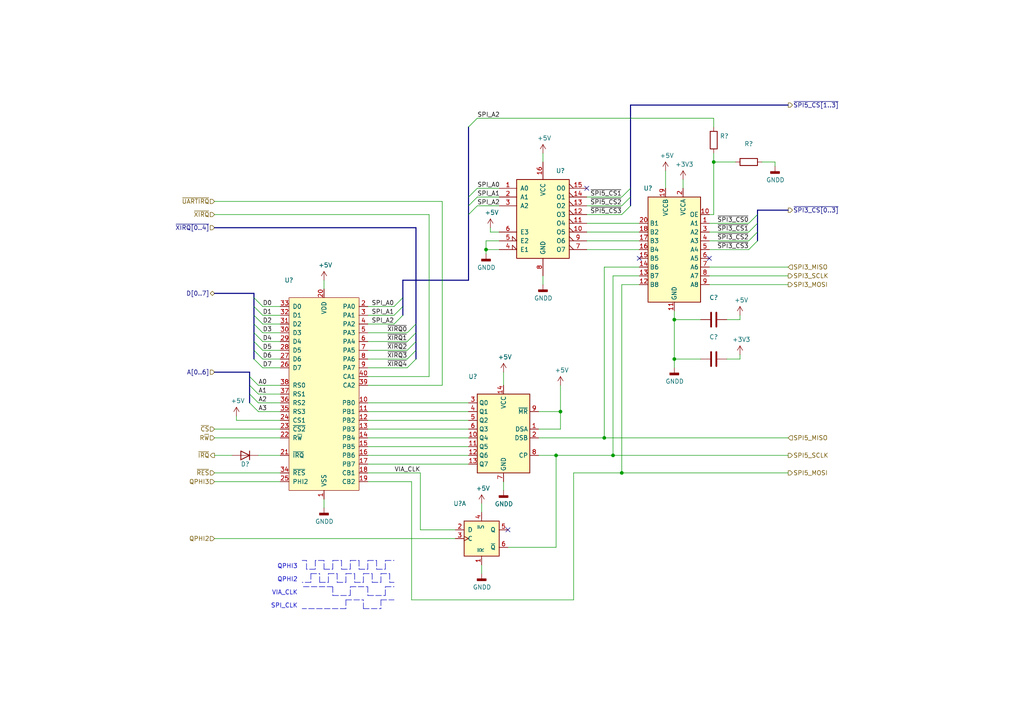
<source format=kicad_sch>
(kicad_sch (version 20211123) (generator eeschema)
  (paper "A4")
  (lib_symbols
    (symbol "74xx:74HC164"
      (property "Reference" "U" (at 1.905 -13.97 0))
      (property "Value" "74HC164" (at 1.905 -16.51 0))
      (symbol "74HC164_0_1"
        (rectangle (start 7.62 10.16) (end -7.62 -12.7) (stroke (width 0.254)) (fill (type background)))
      )
      (symbol "74HC164_1_1"
        (pin input line (at -10.16 0 0) (length 2.54) (name "DSA") (number "1"))
        (pin output line (at 10.16 -2.54 180) (length 2.54) (name "Q4") (number "10"))
        (pin output line (at 10.16 -5.08 180) (length 2.54) (name "Q5") (number "11"))
        (pin output line (at 10.16 -7.62 180) (length 2.54) (name "Q6") (number "12"))
        (pin output line (at 10.16 -10.16 180) (length 2.54) (name "Q7") (number "13"))
        (pin power_in line (at 0 12.7 270) (length 2.54) (name "VCC") (number "14"))
        (pin input line (at -10.16 -2.54 0) (length 2.54) (name "DSB") (number "2"))
        (pin output line (at 10.16 7.62 180) (length 2.54) (name "Q0") (number "3"))
        (pin output line (at 10.16 5.08 180) (length 2.54) (name "Q1") (number "4"))
        (pin output line (at 10.16 2.54 180) (length 2.54) (name "Q2") (number "5"))
        (pin output line (at 10.16 0 180) (length 2.54) (name "Q3") (number "6"))
        (pin power_in line (at 0 -15.24 90) (length 2.54) (name "GND") (number "7"))
        (pin input line (at -10.16 -7.62 0) (length 2.54) (name "CP") (number "8"))
        (pin input line (at -10.16 5.08 0) (length 2.54) (name "~{MR}") (number "9"))
      )
    )
    (symbol "74xx:74HC74" (pin_names (offset 1.016))
      (property "Reference" "U" (at -7.62 8.89 0))
      (property "Value" "74HC74" (at -7.62 -8.89 0))
      (symbol "74HC74_1_0"
        (pin input line (at 0 -7.62 90) (length 2.54) (name "~{R}") (number "1"))
        (pin input line (at -7.62 2.54 0) (length 2.54) (name "D") (number "2"))
        (pin input clock (at -7.62 0 0) (length 2.54) (name "C") (number "3"))
        (pin input line (at 0 7.62 270) (length 2.54) (name "~{S}") (number "4"))
        (pin output line (at 7.62 2.54 180) (length 2.54) (name "Q") (number "5"))
        (pin output line (at 7.62 -2.54 180) (length 2.54) (name "~{Q}") (number "6"))
      )
      (symbol "74HC74_1_1"
        (rectangle (start -5.08 5.08) (end 5.08 -5.08) (stroke (width 0.254)) (fill (type background)))
      )
      (symbol "74HC74_2_0"
        (pin input line (at 0 7.62 270) (length 2.54) (name "~{S}") (number "10"))
        (pin input clock (at -7.62 0 0) (length 2.54) (name "C") (number "11"))
        (pin input line (at -7.62 2.54 0) (length 2.54) (name "D") (number "12"))
        (pin input line (at 0 -7.62 90) (length 2.54) (name "~{R}") (number "13"))
        (pin output line (at 7.62 -2.54 180) (length 2.54) (name "~{Q}") (number "8"))
        (pin output line (at 7.62 2.54 180) (length 2.54) (name "Q") (number "9"))
      )
      (symbol "74HC74_2_1"
        (rectangle (start -5.08 5.08) (end 5.08 -5.08) (stroke (width 0.254)) (fill (type background)))
      )
      (symbol "74HC74_3_0"
        (pin power_in line (at 0 10.16 270) (length 2.54) (name "VCC") (number "14"))
        (pin power_in line (at 0 -10.16 90) (length 2.54) (name "GND") (number "7"))
      )
      (symbol "74HC74_3_1"
        (rectangle (start -5.08 7.62) (end 5.08 -7.62) (stroke (width 0.254)) (fill (type background)))
      )
    )
    (symbol "74xx:74LS138" (pin_names (offset 1.016))
      (property "Reference" "U" (at -7.62 11.43 0))
      (property "Value" "74LS138" (at -7.62 -13.97 0))
      (symbol "74LS138_1_0"
        (pin input line (at -12.7 7.62 0) (length 5.08) (name "A0") (number "1"))
        (pin output output_low (at 12.7 -5.08 180) (length 5.08) (name "O5") (number "10"))
        (pin output output_low (at 12.7 -2.54 180) (length 5.08) (name "O4") (number "11"))
        (pin output output_low (at 12.7 0 180) (length 5.08) (name "O3") (number "12"))
        (pin output output_low (at 12.7 2.54 180) (length 5.08) (name "O2") (number "13"))
        (pin output output_low (at 12.7 5.08 180) (length 5.08) (name "O1") (number "14"))
        (pin output output_low (at 12.7 7.62 180) (length 5.08) (name "O0") (number "15"))
        (pin power_in line (at 0 15.24 270) (length 5.08) (name "VCC") (number "16"))
        (pin input line (at -12.7 5.08 0) (length 5.08) (name "A1") (number "2"))
        (pin input line (at -12.7 2.54 0) (length 5.08) (name "A2") (number "3"))
        (pin input input_low (at -12.7 -10.16 0) (length 5.08) (name "E1") (number "4"))
        (pin input input_low (at -12.7 -7.62 0) (length 5.08) (name "E2") (number "5"))
        (pin input line (at -12.7 -5.08 0) (length 5.08) (name "E3") (number "6"))
        (pin output output_low (at 12.7 -10.16 180) (length 5.08) (name "O7") (number "7"))
        (pin power_in line (at 0 -17.78 90) (length 5.08) (name "GND") (number "8"))
        (pin output output_low (at 12.7 -7.62 180) (length 5.08) (name "O6") (number "9"))
      )
      (symbol "74LS138_1_1"
        (rectangle (start -7.62 10.16) (end 7.62 -12.7) (stroke (width 0.254)) (fill (type background)))
      )
    )
    (symbol "CPU_WDC65C816:W65C22S_PDIP" (pin_names (offset 1.016))
      (property "Reference" "U" (at 7.62 30.48 0))
      (property "Value" "W65C22S_PDIP" (at 0 0 90))
      (symbol "W65C22S_PDIP_0_1"
        (rectangle (start 10.16 27.94) (end -10.16 -27.94) (fill (type background)))
      )
      (symbol "W65C22S_PDIP_1_1"
        (pin power_in line (at 0 -30.48 90) (length 2.54) (name "VSS") (number "1"))
        (pin bidirectional line (at 12.7 -2.54 180) (length 2.54) (name "PB0") (number "10"))
        (pin bidirectional line (at 12.7 -5.08 180) (length 2.54) (name "PB1") (number "11"))
        (pin bidirectional line (at 12.7 -7.62 180) (length 2.54) (name "PB2") (number "12"))
        (pin bidirectional line (at 12.7 -10.16 180) (length 2.54) (name "PB3") (number "13"))
        (pin bidirectional line (at 12.7 -12.7 180) (length 2.54) (name "PB4") (number "14"))
        (pin bidirectional line (at 12.7 -15.24 180) (length 2.54) (name "PB5") (number "15"))
        (pin bidirectional line (at 12.7 -17.78 180) (length 2.54) (name "PB6") (number "16"))
        (pin bidirectional line (at 12.7 -20.32 180) (length 2.54) (name "PB7") (number "17"))
        (pin bidirectional line (at 12.7 -22.86 180) (length 2.54) (name "CB1") (number "18"))
        (pin bidirectional line (at 12.7 -25.4 180) (length 2.54) (name "CB2") (number "19"))
        (pin bidirectional line (at 12.7 25.4 180) (length 2.54) (name "PA0") (number "2"))
        (pin power_in line (at 0 30.48 270) (length 2.54) (name "VDD") (number "20"))
        (pin output line (at -12.7 -17.78 0) (length 2.54) (name "~{IRQ}") (number "21"))
        (pin input line (at -12.7 -12.7 0) (length 2.54) (name "R~{W}") (number "22"))
        (pin input line (at -12.7 -10.16 0) (length 2.54) (name "~{CS2}") (number "23"))
        (pin input line (at -12.7 -7.62 0) (length 2.54) (name "CS1") (number "24"))
        (pin input line (at -12.7 -25.4 0) (length 2.54) (name "PHI2") (number "25"))
        (pin bidirectional line (at -12.7 7.62 0) (length 2.54) (name "D7") (number "26"))
        (pin bidirectional line (at -12.7 10.16 0) (length 2.54) (name "D6") (number "27"))
        (pin bidirectional line (at -12.7 12.7 0) (length 2.54) (name "D5") (number "28"))
        (pin bidirectional line (at -12.7 15.24 0) (length 2.54) (name "D4") (number "29"))
        (pin bidirectional line (at 12.7 22.86 180) (length 2.54) (name "PA1") (number "3"))
        (pin bidirectional line (at -12.7 17.78 0) (length 2.54) (name "D3") (number "30"))
        (pin bidirectional line (at -12.7 20.32 0) (length 2.54) (name "D2") (number "31"))
        (pin bidirectional line (at -12.7 22.86 0) (length 2.54) (name "D1") (number "32"))
        (pin bidirectional line (at -12.7 25.4 0) (length 2.54) (name "D0") (number "33"))
        (pin input line (at -12.7 -22.86 0) (length 2.54) (name "~{RES}") (number "34"))
        (pin input line (at -12.7 -5.08 0) (length 2.54) (name "RS3") (number "35"))
        (pin input line (at -12.7 -2.54 0) (length 2.54) (name "RS2") (number "36"))
        (pin input line (at -12.7 0 0) (length 2.54) (name "RS1") (number "37"))
        (pin input line (at -12.7 2.54 0) (length 2.54) (name "RS0") (number "38"))
        (pin bidirectional line (at 12.7 2.54 180) (length 2.54) (name "CA2") (number "39"))
        (pin bidirectional line (at 12.7 20.32 180) (length 2.54) (name "PA2") (number "4"))
        (pin bidirectional line (at 12.7 5.08 180) (length 2.54) (name "CA1") (number "40"))
        (pin bidirectional line (at 12.7 17.78 180) (length 2.54) (name "PA3") (number "5"))
        (pin bidirectional line (at 12.7 15.24 180) (length 2.54) (name "PA4") (number "6"))
        (pin bidirectional line (at 12.7 12.7 180) (length 2.54) (name "PA5") (number "7"))
        (pin bidirectional line (at 12.7 10.16 180) (length 2.54) (name "PA6") (number "8"))
        (pin bidirectional line (at 12.7 7.62 180) (length 2.54) (name "PA7") (number "9"))
      )
    )
    (symbol "Device:C" (pin_numbers hide) (pin_names (offset 0.254))
      (property "Reference" "C" (at 0.635 2.54 0))
      (property "Value" "C" (at 0.635 -2.54 0))
      (symbol "C_0_1"
        (polyline (pts (xy -2.032 -0.762) (xy 2.032 -0.762)) (stroke (width 0.508)))
        (polyline (pts (xy -2.032 0.762) (xy 2.032 0.762)) (stroke (width 0.508)))
      )
      (symbol "C_1_1"
        (pin passive line (at 0 3.81 270) (length 2.794) (name "~") (number "1"))
        (pin passive line (at 0 -3.81 90) (length 2.794) (name "~") (number "2"))
      )
    )
    (symbol "Device:D" (pin_numbers hide) (pin_names (offset 1.016) hide)
      (property "Reference" "D" (at 0 2.54 0))
      (property "Value" "D" (at 0 -2.54 0))
      (symbol "D_0_1"
        (polyline (pts (xy -1.27 1.27) (xy -1.27 -1.27)) (stroke (width 0.254)))
        (polyline (pts (xy 1.27 0) (xy -1.27 0)))
        (polyline (pts (xy 1.27 1.27) (xy 1.27 -1.27) (xy -1.27 0) (xy 1.27 1.27)) (stroke (width 0.254)))
      )
      (symbol "D_1_1"
        (pin passive line (at -3.81 0 0) (length 2.54) (name "K") (number "1"))
        (pin passive line (at 3.81 0 180) (length 2.54) (name "A") (number "2"))
      )
    )
    (symbol "Device:R" (pin_numbers hide) (pin_names (offset 0))
      (property "Reference" "R" (at 2.032 0 90))
      (property "Value" "R" (at 0 0 90))
      (symbol "R_0_1"
        (rectangle (start -1.016 -2.54) (end 1.016 2.54) (stroke (width 0.254)))
      )
      (symbol "R_1_1"
        (pin passive line (at 0 3.81 270) (length 1.27) (name "~") (number "1"))
        (pin passive line (at 0 -3.81 90) (length 1.27) (name "~") (number "2"))
      )
    )
    (symbol "Logic_LevelTranslator:TXS0108EPW"
      (property "Reference" "U" (at -6.35 16.51 0))
      (property "Value" "TXS0108EPW" (at 3.81 16.51 0))
      (symbol "TXS0108EPW_0_1"
        (rectangle (start -7.62 15.24) (end 7.62 -15.24) (stroke (width 0.254)) (fill (type background)))
      )
      (symbol "TXS0108EPW_1_1"
        (pin bidirectional line (at -10.16 7.62 0) (length 2.54) (name "A1") (number "1"))
        (pin input line (at -10.16 10.16 0) (length 2.54) (name "OE") (number "10"))
        (pin power_in line (at 0 -17.78 90) (length 2.54) (name "GND") (number "11"))
        (pin bidirectional line (at 10.16 -10.16 180) (length 2.54) (name "B8") (number "12"))
        (pin bidirectional line (at 10.16 -7.62 180) (length 2.54) (name "B7") (number "13"))
        (pin bidirectional line (at 10.16 -5.08 180) (length 2.54) (name "B6") (number "14"))
        (pin bidirectional line (at 10.16 -2.54 180) (length 2.54) (name "B5") (number "15"))
        (pin bidirectional line (at 10.16 0 180) (length 2.54) (name "B4") (number "16"))
        (pin bidirectional line (at 10.16 2.54 180) (length 2.54) (name "B3") (number "17"))
        (pin bidirectional line (at 10.16 5.08 180) (length 2.54) (name "B2") (number "18"))
        (pin power_in line (at 2.54 17.78 270) (length 2.54) (name "VCCB") (number "19"))
        (pin power_in line (at -2.54 17.78 270) (length 2.54) (name "VCCA") (number "2"))
        (pin bidirectional line (at 10.16 7.62 180) (length 2.54) (name "B1") (number "20"))
        (pin bidirectional line (at -10.16 5.08 0) (length 2.54) (name "A2") (number "3"))
        (pin bidirectional line (at -10.16 2.54 0) (length 2.54) (name "A3") (number "4"))
        (pin bidirectional line (at -10.16 0 0) (length 2.54) (name "A4") (number "5"))
        (pin bidirectional line (at -10.16 -2.54 0) (length 2.54) (name "A5") (number "6"))
        (pin bidirectional line (at -10.16 -5.08 0) (length 2.54) (name "A6") (number "7"))
        (pin bidirectional line (at -10.16 -7.62 0) (length 2.54) (name "A7") (number "8"))
        (pin bidirectional line (at -10.16 -10.16 0) (length 2.54) (name "A8") (number "9"))
      )
    )
    (symbol "power:+3V3" (power) (pin_names (offset 0))
      (property "Value" "+3V3" (at 0 3.556 0))
      (symbol "+3V3_0_1"
        (polyline (pts (xy -0.762 1.27) (xy 0 2.54)))
        (polyline (pts (xy 0 0) (xy 0 2.54)))
        (polyline (pts (xy 0 2.54) (xy 0.762 1.27)))
      )
      (symbol "+3V3_1_1"
        (pin power_in line (at 0 0 90) (length 0) hide (name "+3V3") (number "1"))
      )
    )
    (symbol "power:+5V" (power) (pin_names (offset 0))
      (property "Value" "+5V" (at 0 3.556 0))
      (symbol "+5V_0_1"
        (polyline (pts (xy -0.762 1.27) (xy 0 2.54)))
        (polyline (pts (xy 0 0) (xy 0 2.54)))
        (polyline (pts (xy 0 2.54) (xy 0.762 1.27)))
      )
      (symbol "+5V_1_1"
        (pin power_in line (at 0 0 90) (length 0) hide (name "+5V") (number "1"))
      )
    )
    (symbol "power:GNDD" (power) (pin_names (offset 0))
      (property "Value" "GNDD" (at 0 -3.175 0))
      (symbol "GNDD_0_1"
        (rectangle (start -1.27 -1.524) (end 1.27 -2.032) (stroke (width 0.254)) (fill (type outline)))
        (polyline (pts (xy 0 0) (xy 0 -1.524)))
      )
      (symbol "GNDD_1_1"
        (pin power_in line (at 0 0 270) (length 0) hide (name "GNDD") (number "1"))
      )
    )
  )
  (junction (at 162.56 119.38))
  (junction (at 195.58 104.14))
  (junction (at 175.26 127))
  (junction (at 180.34 137.16))
  (junction (at 207.01 46.99))
  (junction (at 177.8 132.08))
  (junction (at 161.29 132.08))
  (junction (at 140.97 72.39))
  (junction (at 195.58 92.71))
  (no_connect (at 147.32 153.67))
  (no_connect (at 170.18 54.61))
  (no_connect (at 185.42 74.93))
  (no_connect (at 205.74 74.93))
  (bus_entry (at 114.3 93.98) (size 2.54 -2.54))
  (bus_entry (at 73.66 96.52) (size 2.54 2.54))
  (bus_entry (at 73.66 99.06) (size 2.54 2.54))
  (bus_entry (at 118.11 99.06) (size 2.54 -2.54))
  (bus_entry (at 180.34 57.15) (size 2.54 -2.54))
  (bus_entry (at 217.17 69.85) (size 2.54 -2.54))
  (bus_entry (at 72.39 116.84) (size 2.54 2.54))
  (bus_entry (at 73.66 104.14) (size 2.54 2.54))
  (bus_entry (at 114.3 88.9) (size 2.54 -2.54))
  (bus_entry (at 72.39 114.3) (size 2.54 2.54))
  (bus_entry (at 180.34 62.23) (size 2.54 -2.54))
  (bus_entry (at 73.66 91.44) (size 2.54 2.54))
  (bus_entry (at 73.66 88.9) (size 2.54 2.54))
  (bus_entry (at 72.39 111.76) (size 2.54 2.54))
  (bus_entry (at 118.11 96.52) (size 2.54 -2.54))
  (bus_entry (at 114.3 91.44) (size 2.54 -2.54))
  (bus_entry (at 135.89 62.23) (size 2.54 -2.54))
  (bus_entry (at 73.66 101.6) (size 2.54 2.54))
  (bus_entry (at 135.89 36.83) (size 2.54 -2.54))
  (bus_entry (at 73.66 86.36) (size 2.54 2.54))
  (bus_entry (at 118.11 106.68) (size 2.54 -2.54))
  (bus_entry (at 217.17 64.77) (size 2.54 -2.54))
  (bus_entry (at 217.17 67.31) (size 2.54 -2.54))
  (bus_entry (at 217.17 72.39) (size 2.54 -2.54))
  (bus_entry (at 118.11 101.6) (size 2.54 -2.54))
  (bus_entry (at 118.11 104.14) (size 2.54 -2.54))
  (bus_entry (at 72.39 109.22) (size 2.54 2.54))
  (bus_entry (at 135.89 59.69) (size 2.54 -2.54))
  (bus_entry (at 135.89 57.15) (size 2.54 -2.54))
  (bus_entry (at 73.66 93.98) (size 2.54 2.54))
  (bus_entry (at 180.34 59.69) (size 2.54 -2.54))
  (wire (pts (xy 156.21 127) (xy 175.26 127)))
  (polyline (pts (xy 101.6 162.56) (xy 104.14 162.56)))
  (wire (pts (xy 81.28 96.52) (xy 76.2 96.52)))
  (wire (pts (xy 106.68 88.9) (xy 114.3 88.9)))
  (wire (pts (xy 81.28 119.38) (xy 74.93 119.38)))
  (wire (pts (xy 195.58 92.71) (xy 195.58 104.14)))
  (bus (pts (xy 135.89 57.15) (xy 135.89 59.69)))
  (bus (pts (xy 116.84 81.28) (xy 116.84 86.36)))
  (wire (pts (xy 118.11 101.6) (xy 106.68 101.6)))
  (bus (pts (xy 120.65 66.04) (xy 120.65 93.98)))
  (wire (pts (xy 214.63 102.87) (xy 214.63 104.14)))
  (wire (pts (xy 177.8 80.01) (xy 177.8 132.08)))
  (wire (pts (xy 62.23 132.08) (xy 67.31 132.08)))
  (wire (pts (xy 207.01 46.99) (xy 207.01 62.23)))
  (wire (pts (xy 175.26 127) (xy 228.6 127)))
  (wire (pts (xy 76.2 93.98) (xy 81.28 93.98)))
  (polyline (pts (xy 95.25 166.37) (xy 97.79 166.37)))
  (polyline (pts (xy 96.52 162.56) (xy 99.06 162.56)))
  (wire (pts (xy 140.97 69.85) (xy 140.97 72.39)))
  (wire (pts (xy 106.68 121.92) (xy 135.89 121.92)))
  (wire (pts (xy 224.79 48.26) (xy 224.79 46.99)))
  (wire (pts (xy 170.18 62.23) (xy 180.34 62.23)))
  (wire (pts (xy 142.24 67.31) (xy 142.24 66.04)))
  (wire (pts (xy 170.18 72.39) (xy 185.42 72.39)))
  (wire (pts (xy 81.28 101.6) (xy 76.2 101.6)))
  (wire (pts (xy 106.68 137.16) (xy 121.92 137.16)))
  (bus (pts (xy 135.89 62.23) (xy 135.89 81.28)))
  (wire (pts (xy 156.21 132.08) (xy 161.29 132.08)))
  (wire (pts (xy 162.56 124.46) (xy 162.56 119.38)))
  (polyline (pts (xy 90.17 166.37) (xy 92.71 166.37)))
  (polyline (pts (xy 105.41 168.91) (xy 105.41 166.37)))
  (wire (pts (xy 170.18 57.15) (xy 180.34 57.15)))
  (wire (pts (xy 119.38 173.99) (xy 166.37 173.99)))
  (polyline (pts (xy 107.95 168.91) (xy 110.49 168.91)))
  (bus (pts (xy 73.66 99.06) (xy 73.66 101.6)))
  (wire (pts (xy 214.63 104.14) (xy 210.82 104.14)))
  (wire (pts (xy 146.05 142.24) (xy 146.05 139.7)))
  (wire (pts (xy 62.23 137.16) (xy 81.28 137.16)))
  (bus (pts (xy 62.23 85.09) (xy 73.66 85.09)))
  (wire (pts (xy 175.26 77.47) (xy 175.26 127)))
  (bus (pts (xy 116.84 86.36) (xy 116.84 88.9)))
  (wire (pts (xy 205.74 72.39) (xy 217.17 72.39)))
  (wire (pts (xy 106.68 129.54) (xy 135.89 129.54)))
  (polyline (pts (xy 109.22 162.56) (xy 109.22 165.1)))
  (polyline (pts (xy 96.52 170.18) (xy 87.63 170.18)))
  (polyline (pts (xy 100.33 176.53) (xy 87.63 176.53)))
  (polyline (pts (xy 100.33 173.99) (xy 105.41 173.99)))
  (wire (pts (xy 213.36 46.99) (xy 207.01 46.99)))
  (wire (pts (xy 177.8 132.08) (xy 228.6 132.08)))
  (bus (pts (xy 73.66 88.9) (xy 73.66 91.44)))
  (wire (pts (xy 140.97 72.39) (xy 144.78 72.39)))
  (wire (pts (xy 139.7 146.05) (xy 139.7 148.59)))
  (bus (pts (xy 72.39 111.76) (xy 72.39 114.3)))
  (polyline (pts (xy 91.44 162.56) (xy 91.44 165.1)))
  (bus (pts (xy 73.66 96.52) (xy 73.66 99.06)))
  (polyline (pts (xy 111.76 165.1) (xy 111.76 162.56)))
  (wire (pts (xy 175.26 77.47) (xy 185.42 77.47)))
  (wire (pts (xy 76.2 99.06) (xy 81.28 99.06)))
  (bus (pts (xy 219.71 60.96) (xy 219.71 62.23)))
  (wire (pts (xy 138.43 57.15) (xy 144.78 57.15)))
  (bus (pts (xy 120.65 101.6) (xy 120.65 104.14)))
  (wire (pts (xy 207.01 34.29) (xy 207.01 36.83)))
  (polyline (pts (xy 102.87 166.37) (xy 102.87 168.91)))
  (bus (pts (xy 219.71 64.77) (xy 219.71 67.31)))
  (wire (pts (xy 106.68 127) (xy 135.89 127)))
  (wire (pts (xy 170.18 67.31) (xy 185.42 67.31)))
  (polyline (pts (xy 93.98 165.1) (xy 93.98 162.56)))
  (wire (pts (xy 147.32 158.75) (xy 161.29 158.75)))
  (wire (pts (xy 62.23 62.23) (xy 124.46 62.23)))
  (bus (pts (xy 73.66 85.09) (xy 73.66 86.36)))
  (wire (pts (xy 81.28 91.44) (xy 76.2 91.44)))
  (wire (pts (xy 106.68 134.62) (xy 135.89 134.62)))
  (wire (pts (xy 81.28 106.68) (xy 76.2 106.68)))
  (wire (pts (xy 81.28 121.92) (xy 68.58 121.92)))
  (bus (pts (xy 219.71 67.31) (xy 219.71 69.85)))
  (polyline (pts (xy 96.52 170.18) (xy 96.52 172.72)))
  (wire (pts (xy 62.23 139.7) (xy 81.28 139.7)))
  (bus (pts (xy 182.88 57.15) (xy 182.88 59.69)))
  (wire (pts (xy 62.23 124.46) (xy 81.28 124.46)))
  (wire (pts (xy 144.78 69.85) (xy 140.97 69.85)))
  (wire (pts (xy 157.48 44.45) (xy 157.48 46.99)))
  (bus (pts (xy 135.89 59.69) (xy 135.89 62.23)))
  (wire (pts (xy 106.68 93.98) (xy 114.3 93.98)))
  (wire (pts (xy 106.68 139.7) (xy 119.38 139.7)))
  (wire (pts (xy 106.68 109.22) (xy 124.46 109.22)))
  (polyline (pts (xy 113.03 166.37) (xy 113.03 168.91)))
  (polyline (pts (xy 99.06 165.1) (xy 101.6 165.1)))
  (wire (pts (xy 205.74 77.47) (xy 228.6 77.47)))
  (polyline (pts (xy 100.33 168.91) (xy 100.33 166.37)))
  (wire (pts (xy 74.93 132.08) (xy 81.28 132.08)))
  (wire (pts (xy 128.27 111.76) (xy 106.68 111.76)))
  (polyline (pts (xy 96.52 165.1) (xy 96.52 162.56)))
  (wire (pts (xy 93.98 147.32) (xy 93.98 144.78)))
  (wire (pts (xy 74.93 111.76) (xy 81.28 111.76)))
  (wire (pts (xy 198.12 52.07) (xy 198.12 54.61)))
  (polyline (pts (xy 88.9 162.56) (xy 87.63 162.56)))
  (wire (pts (xy 74.93 116.84) (xy 81.28 116.84)))
  (wire (pts (xy 214.63 92.71) (xy 210.82 92.71)))
  (wire (pts (xy 156.21 124.46) (xy 162.56 124.46)))
  (polyline (pts (xy 109.22 165.1) (xy 111.76 165.1)))
  (bus (pts (xy 120.65 99.06) (xy 120.65 101.6)))
  (wire (pts (xy 205.74 62.23) (xy 207.01 62.23)))
  (polyline (pts (xy 110.49 168.91) (xy 110.49 166.37)))
  (wire (pts (xy 81.28 114.3) (xy 74.93 114.3)))
  (wire (pts (xy 195.58 90.17) (xy 195.58 92.71)))
  (polyline (pts (xy 111.76 162.56) (xy 114.3 162.56)))
  (bus (pts (xy 72.39 114.3) (xy 72.39 116.84)))
  (polyline (pts (xy 104.14 162.56) (xy 104.14 165.1)))
  (wire (pts (xy 170.18 64.77) (xy 185.42 64.77)))
  (wire (pts (xy 140.97 72.39) (xy 140.97 73.66)))
  (polyline (pts (xy 107.95 166.37) (xy 107.95 168.91)))
  (wire (pts (xy 193.04 49.53) (xy 193.04 54.61)))
  (bus (pts (xy 182.88 54.61) (xy 182.88 57.15)))
  (polyline (pts (xy 106.68 162.56) (xy 109.22 162.56)))
  (bus (pts (xy 73.66 86.36) (xy 73.66 88.9)))
  (wire (pts (xy 144.78 54.61) (xy 138.43 54.61)))
  (wire (pts (xy 195.58 104.14) (xy 195.58 106.68)))
  (bus (pts (xy 72.39 109.22) (xy 72.39 111.76)))
  (wire (pts (xy 119.38 139.7) (xy 119.38 173.99)))
  (polyline (pts (xy 88.9 165.1) (xy 88.9 162.56)))
  (wire (pts (xy 157.48 82.55) (xy 157.48 80.01)))
  (bus (pts (xy 73.66 91.44) (xy 73.66 93.98)))
  (wire (pts (xy 62.23 156.21) (xy 132.08 156.21)))
  (wire (pts (xy 205.74 82.55) (xy 228.6 82.55)))
  (bus (pts (xy 62.23 107.95) (xy 72.39 107.95)))
  (wire (pts (xy 180.34 82.55) (xy 185.42 82.55)))
  (polyline (pts (xy 106.68 170.18) (xy 106.68 172.72)))
  (wire (pts (xy 121.92 153.67) (xy 132.08 153.67)))
  (polyline (pts (xy 100.33 166.37) (xy 102.87 166.37)))
  (polyline (pts (xy 90.17 168.91) (xy 87.63 168.91)))
  (wire (pts (xy 106.68 104.14) (xy 118.11 104.14)))
  (polyline (pts (xy 93.98 162.56) (xy 91.44 162.56)))
  (wire (pts (xy 128.27 58.42) (xy 128.27 111.76)))
  (polyline (pts (xy 110.49 173.99) (xy 110.49 176.53)))
  (wire (pts (xy 203.2 104.14) (xy 195.58 104.14)))
  (wire (pts (xy 62.23 58.42) (xy 128.27 58.42)))
  (wire (pts (xy 214.63 91.44) (xy 214.63 92.71)))
  (polyline (pts (xy 101.6 170.18) (xy 106.68 170.18)))
  (bus (pts (xy 182.88 30.48) (xy 228.6 30.48)))
  (polyline (pts (xy 105.41 176.53) (xy 105.41 173.99)))
  (bus (pts (xy 228.6 60.96) (xy 219.71 60.96)))
  (wire (pts (xy 144.78 67.31) (xy 142.24 67.31)))
  (polyline (pts (xy 99.06 162.56) (xy 99.06 165.1)))
  (wire (pts (xy 162.56 111.76) (xy 162.56 119.38)))
  (wire (pts (xy 146.05 107.95) (xy 146.05 111.76)))
  (bus (pts (xy 120.65 66.04) (xy 62.23 66.04)))
  (polyline (pts (xy 104.14 165.1) (xy 106.68 165.1)))
  (wire (pts (xy 76.2 104.14) (xy 81.28 104.14)))
  (wire (pts (xy 207.01 34.29) (xy 138.43 34.29)))
  (polyline (pts (xy 102.87 168.91) (xy 105.41 168.91)))
  (polyline (pts (xy 101.6 165.1) (xy 101.6 162.56)))
  (bus (pts (xy 219.71 62.23) (xy 219.71 64.77)))
  (polyline (pts (xy 97.79 166.37) (xy 97.79 168.91)))
  (wire (pts (xy 118.11 106.68) (xy 106.68 106.68)))
  (polyline (pts (xy 96.52 172.72) (xy 101.6 172.72)))
  (bus (pts (xy 116.84 81.28) (xy 135.89 81.28)))
  (wire (pts (xy 180.34 82.55) (xy 180.34 137.16)))
  (polyline (pts (xy 100.33 173.99) (xy 100.33 176.53)))
  (wire (pts (xy 170.18 69.85) (xy 185.42 69.85)))
  (wire (pts (xy 144.78 59.69) (xy 138.43 59.69)))
  (wire (pts (xy 177.8 80.01) (xy 185.42 80.01)))
  (wire (pts (xy 170.18 59.69) (xy 180.34 59.69)))
  (wire (pts (xy 205.74 64.77) (xy 217.17 64.77)))
  (polyline (pts (xy 95.25 168.91) (xy 95.25 166.37)))
  (polyline (pts (xy 105.41 176.53) (xy 110.49 176.53)))
  (wire (pts (xy 93.98 81.28) (xy 93.98 83.82)))
  (polyline (pts (xy 106.68 165.1) (xy 106.68 162.56)))
  (wire (pts (xy 106.68 124.46) (xy 135.89 124.46)))
  (wire (pts (xy 62.23 127) (xy 81.28 127)))
  (polyline (pts (xy 111.76 170.18) (xy 114.3 170.18)))
  (wire (pts (xy 118.11 96.52) (xy 106.68 96.52)))
  (wire (pts (xy 205.74 80.01) (xy 228.6 80.01)))
  (wire (pts (xy 76.2 88.9) (xy 81.28 88.9)))
  (wire (pts (xy 139.7 166.37) (xy 139.7 163.83)))
  (wire (pts (xy 121.92 137.16) (xy 121.92 153.67)))
  (polyline (pts (xy 101.6 172.72) (xy 101.6 170.18)))
  (polyline (pts (xy 90.17 166.37) (xy 90.17 168.91)))
  (wire (pts (xy 106.68 99.06) (xy 118.11 99.06)))
  (bus (pts (xy 120.65 96.52) (xy 120.65 99.06)))
  (polyline (pts (xy 91.44 165.1) (xy 88.9 165.1)))
  (bus (pts (xy 120.65 93.98) (xy 120.65 96.52)))
  (polyline (pts (xy 113.03 168.91) (xy 114.3 168.91)))
  (wire (pts (xy 161.29 132.08) (xy 161.29 158.75)))
  (polyline (pts (xy 97.79 168.91) (xy 100.33 168.91)))
  (polyline (pts (xy 92.71 168.91) (xy 95.25 168.91)))
  (wire (pts (xy 106.68 132.08) (xy 135.89 132.08)))
  (polyline (pts (xy 106.68 172.72) (xy 111.76 172.72)))
  (wire (pts (xy 124.46 109.22) (xy 124.46 62.23)))
  (polyline (pts (xy 111.76 172.72) (xy 111.76 170.18)))
  (polyline (pts (xy 93.98 165.1) (xy 96.52 165.1)))
  (polyline (pts (xy 92.71 168.91) (xy 92.71 166.37)))
  (wire (pts (xy 106.68 91.44) (xy 114.3 91.44)))
  (bus (pts (xy 116.84 88.9) (xy 116.84 91.44)))
  (bus (pts (xy 72.39 107.95) (xy 72.39 109.22)))
  (polyline (pts (xy 110.49 166.37) (xy 113.03 166.37)))
  (wire (pts (xy 195.58 92.71) (xy 203.2 92.71)))
  (wire (pts (xy 205.74 67.31) (xy 217.17 67.31)))
  (wire (pts (xy 166.37 173.99) (xy 166.37 137.16)))
  (wire (pts (xy 106.68 116.84) (xy 135.89 116.84)))
  (bus (pts (xy 135.89 36.83) (xy 135.89 57.15)))
  (wire (pts (xy 207.01 44.45) (xy 207.01 46.99)))
  (bus (pts (xy 73.66 93.98) (xy 73.66 96.52)))
  (wire (pts (xy 162.56 119.38) (xy 156.21 119.38)))
  (wire (pts (xy 106.68 119.38) (xy 135.89 119.38)))
  (wire (pts (xy 161.29 132.08) (xy 177.8 132.08)))
  (polyline (pts (xy 110.49 173.99) (xy 114.3 173.99)))
  (bus (pts (xy 182.88 30.48) (xy 182.88 54.61)))
  (bus (pts (xy 73.66 101.6) (xy 73.66 104.14)))
  (polyline (pts (xy 105.41 166.37) (xy 107.95 166.37)))
  (wire (pts (xy 224.79 46.99) (xy 220.98 46.99)))
  (wire (pts (xy 68.58 121.92) (xy 68.58 120.65)))
  (wire (pts (xy 205.74 69.85) (xy 217.17 69.85)))
  (wire (pts (xy 180.34 137.16) (xy 228.6 137.16)))
  (wire (pts (xy 166.37 137.16) (xy 180.34 137.16)))
  (text "VIA_CLK" (at 86.36 172.72 180) (effects (font (size 1.27 1.27)) (justify right bottom)))
  (text "QPHI3" (at 86.36 165.1 180) (effects (font (size 1.27 1.27)) (justify right bottom)))
  (text "SPI_CLK" (at 86.36 176.53 180) (effects (font (size 1.27 1.27)) (justify right bottom)))
  (text "QPHI2" (at 86.36 168.91 180) (effects (font (size 1.27 1.27)) (justify right bottom)))
  (label "~{SPI5_CS2}" (at 180.34 59.69 180))
  (label "D5" (at 76.2 101.6 0))
  (label "D0" (at 76.2 88.9 0))
  (label "D2" (at 76.2 93.98 0))
  (label "D6" (at 76.2 104.14 0))
  (label "~{SPI3_CS2}" (at 217.17 69.85 180))
  (label "A0" (at 74.93 111.76 0))
  (label "D3" (at 76.2 96.52 0))
  (label "D1" (at 76.2 91.44 0))
  (label "~{SPI3_CS3}" (at 217.17 72.39 180))
  (label "SPI_A0" (at 138.43 54.61 0))
  (label "~{XIRQ2}" (at 118.11 101.6 180))
  (label "~{SPI5_CS1}" (at 180.34 57.15 180))
  (label "A1" (at 74.93 114.3 0))
  (label "SPI_A2" (at 138.43 59.69 0))
  (label "SPI_A2" (at 114.3 93.98 180))
  (label "~{SPI5_CS3}" (at 180.34 62.23 180))
  (label "SPI_A0" (at 114.3 88.9 180))
  (label "~{SPI3_CS0}" (at 217.17 64.77 180))
  (label "~{XIRQ1}" (at 118.11 99.06 180))
  (label "~{SPI3_CS1}" (at 217.17 67.31 180))
  (label "~{XIRQ0}" (at 118.11 96.52 180))
  (label "SPI_A1" (at 114.3 91.44 180))
  (label "~{XIRQ4}" (at 118.11 106.68 180))
  (label "A3" (at 74.93 119.38 0))
  (label "SPI_A1" (at 138.43 57.15 0))
  (label "SPI_A2" (at 138.43 34.29 0))
  (label "D7" (at 76.2 106.68 0))
  (label "VIA_CLK" (at 121.92 137.16 180))
  (label "A2" (at 74.93 116.84 0))
  (label "D4" (at 76.2 99.06 0))
  (label "~{XIRQ3}" (at 118.11 104.14 180))
  (hierarchical_label "R~{W}" (shape input) (at 62.23 127 180))
  (hierarchical_label "~{UARTIRQ}" (shape input) (at 62.23 58.42 180))
  (hierarchical_label "~{IRQ}" (shape output) (at 62.23 132.08 180))
  (hierarchical_label "QPHI2" (shape input) (at 62.23 156.21 180))
  (hierarchical_label "~{RES}" (shape input) (at 62.23 137.16 180))
  (hierarchical_label "D[0..7]" (shape bidirectional) (at 62.23 85.09 180))
  (hierarchical_label "~{XIRQ[0..4]}" (shape input) (at 62.23 66.04 180))
  (hierarchical_label "SPI3_SCLK" (shape output) (at 228.6 80.01 0))
  (hierarchical_label "~{XIRQ}" (shape input) (at 62.23 62.23 180))
  (hierarchical_label "SPI3_MISO" (shape input) (at 228.6 77.47 0))
  (hierarchical_label "A[0..6]" (shape input) (at 62.23 107.95 180))
  (hierarchical_label "SPI5_SCLK" (shape output) (at 228.6 132.08 0))
  (hierarchical_label "SPI5_MOSI" (shape output) (at 228.6 137.16 0))
  (hierarchical_label "QPHI3" (shape input) (at 62.23 139.7 180))
  (hierarchical_label "~{CS}" (shape input) (at 62.23 124.46 180))
  (hierarchical_label "~{SPI3_CS[0..3]}" (shape output) (at 228.6 60.96 0))
  (hierarchical_label "SPI3_MOSI" (shape output) (at 228.6 82.55 0))
  (hierarchical_label "~{SPI5_CS[1..3]}" (shape output) (at 228.6 30.48 0))
  (hierarchical_label "SPI5_MISO" (shape input) (at 228.6 127 0))
  (symbol (lib_id "CPU_WDC65C816:W65C22S_PDIP") (at 93.98 114.3 0) (unit 1)
    (property "Reference" "U?" (at 83.82 81.28 0))
  )
  (symbol (lib_id "74xx:74HC164") (at 146.05 124.46 0) (mirror y) (unit 1)
    (property "Reference" "U?" (at 137.16 109.22 0))
    (property "Datasheet" "https://assets.nexperia.com/documents/data-sheet/74HC_HCT164.pdf" (effects hide))
  )
  (symbol (lib_id "power:+5V") (at 162.56 111.76 0) (unit 1)
    (property "Reference" "#PWR?" (effects hide))
  )
  (symbol (lib_id "74xx:74HC74") (at 139.7 156.21 0) (unit 1)
    (property "Reference" "U?" (at 133.35 146.05 0))
    (property "Datasheet" "74xx/74hc_hct74.pdf" (effects hide))
  )
  (symbol (lib_id "power:GNDD") (at 139.7 166.37 0) (unit 1)
    (property "Reference" "#PWR?" (effects hide))
  )
  (symbol (lib_id "power:+5V") (at 139.7 146.05 0) (unit 1)
    (property "Reference" "#PWR?" (effects hide))
  )
  (symbol (lib_id "power:GNDD") (at 146.05 142.24 0) (unit 1)
    (property "Reference" "#PWR?" (effects hide))
  )
  (symbol (lib_id "power:+5V") (at 146.05 107.95 0) (unit 1)
    (property "Reference" "#PWR?" (effects hide))
  )
  (symbol (lib_id "power:GNDD") (at 93.98 147.32 0) (unit 1)
    (property "Reference" "#PWR?" (effects hide))
  )
  (symbol (lib_id "power:+5V") (at 93.98 81.28 0) (unit 1)
    (property "Reference" "#PWR?" (effects hide))
  )
  (symbol (lib_id "74xx:74LS138") (at 157.48 62.23 0) (unit 1)
    (property "Reference" "U?" (at 162.56 49.53 0))
    (property "Datasheet" "http://www.ti.com/lit/gpn/sn74LS138" (effects hide))
  )
  (symbol (lib_id "power:+5V") (at 142.24 66.04 0) (unit 1)
    (property "Reference" "#PWR?" (effects hide))
  )
  (symbol (lib_id "power:GNDD") (at 140.97 73.66 0) (unit 1)
    (property "Reference" "#PWR?" (effects hide))
  )
  (symbol (lib_id "power:GNDD") (at 157.48 82.55 0) (unit 1)
    (property "Reference" "#PWR?" (effects hide))
  )
  (symbol (lib_id "power:+5V") (at 157.48 44.45 0) (unit 1)
    (property "Reference" "#PWR?" (effects hide))
  )
  (symbol (lib_id "power:+5V") (at 68.58 120.65 0) (unit 1)
    (property "Reference" "#PWR?" (effects hide))
  )
  (symbol (lib_id "Device:D") (at 71.12 132.08 180) (unit 1)
    (property "Reference" "D?" (at 71.12 134.62 0))
  )
  (symbol (lib_id "Logic_LevelTranslator:TXS0108EPW") (at 195.58 72.39 0) (mirror y) (unit 1)
    (property "Reference" "U?" (at 187.96 54.61 0))
    (property "Datasheet" "www.ti.com/lit/ds/symlink/txs0108e.pdf" (effects hide))
  )
  (symbol (lib_id "power:+3V3") (at 198.12 52.07 0) (unit 1)
    (property "Reference" "#PWR?" (effects hide))
  )
  (symbol (lib_id "power:+5V") (at 193.04 49.53 0) (unit 1)
    (property "Reference" "#PWR?" (effects hide))
  )
  (symbol (lib_id "power:GNDD") (at 195.58 106.68 0) (unit 1)
    (property "Reference" "#PWR?" (effects hide))
  )
  (symbol (lib_id "Device:C") (at 207.01 92.71 270) (unit 1)
    (property "Reference" "C?" (at 207.01 86.3092 90))
  )
  (symbol (lib_id "power:+5V") (at 214.63 91.44 0) (unit 1)
    (property "Reference" "#PWR?" (effects hide))
  )
  (symbol (lib_id "Device:C") (at 207.01 104.14 270) (unit 1)
    (property "Reference" "C?" (at 207.01 97.7392 90))
  )
  (symbol (lib_id "power:+3V3") (at 214.63 102.87 0) (unit 1)
    (property "Reference" "#PWR?" (effects hide))
  )
  (symbol (lib_id "Device:R") (at 207.01 40.64 0) (unit 1)
    (property "Reference" "R?" (at 208.788 39.4716 0) (effects (justify left)))
  )
  (symbol (lib_id "Device:R") (at 217.17 46.99 270) (unit 1)
    (property "Reference" "R?" (at 217.17 41.7322 90))
  )
  (symbol (lib_id "power:GNDD") (at 224.79 48.26 0) (unit 1)
    (property "Reference" "#PWR?" (effects hide))
  )
)
</source>
